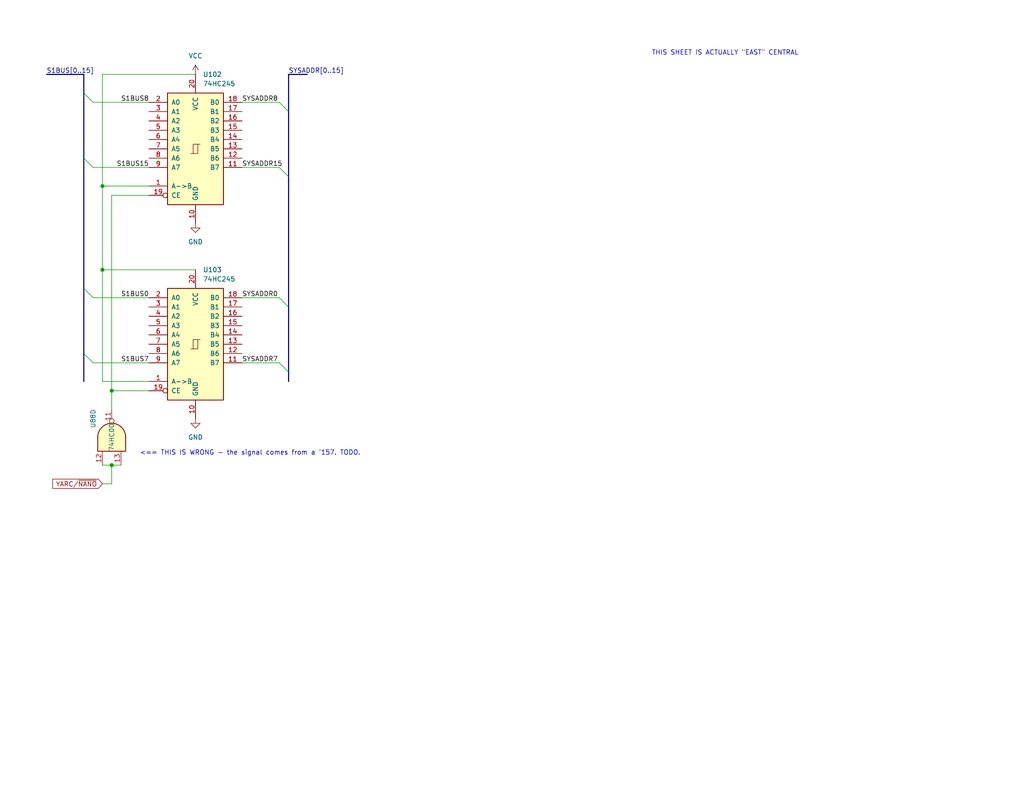
<source format=kicad_sch>
(kicad_sch (version 20211123) (generator eeschema)
  (paper "USLetter")
  (title_block (title "North Central distribution logic") (comment 1 "All ICs are HC family regardless of P/N shown"))
  (lib_symbols
    (symbol "74xx:74HC00" (pin_names (offset 1.016))
      (property "Reference" "U" (at 0 1.27 0))
      (property "Value" "74HC00" (at 0 -1.27 0))
      (symbol "74HC00_1_1"
        (arc (start 0 -3.81) (mid 3.81 0) (end 0 3.81) (stroke (width 0.254)) (fill (type background)))
        (polyline (pts (xy 0 3.81) (xy -3.81 3.81) (xy -3.81 -3.81) (xy 0 -3.81)) (stroke (width 0.254)) (fill (type background)))
        (pin input line (at -7.62 2.54 0) (length 3.81) (name "~") (number "1"))
        (pin input line (at -7.62 -2.54 0) (length 3.81) (name "~") (number "2"))
        (pin output inverted (at 7.62 0 180) (length 3.81) (name "~") (number "3"))
      )
      (symbol "74HC00_1_2"
        (arc (start -3.81 -3.81) (mid -2.589 0) (end -3.81 3.81) (stroke (width 0.254)))
        (arc (start -0.6096 -3.81) (mid 2.1855 -2.584) (end 3.81 0) (stroke (width 0.254)) (fill (type background)))
        (polyline (pts (xy -3.81 -3.81) (xy -0.635 -3.81)) (stroke (width 0.254)) (fill (type background)))
        (polyline (pts (xy -3.81 3.81) (xy -0.635 3.81)) (stroke (width 0.254)) (fill (type background)))
        (polyline (pts (xy -0.635 3.81) (xy -3.81 3.81) (xy -3.81 3.81) (xy -3.556 3.4036) (xy -3.0226 2.2606) (xy -2.6924 1.0414) (xy -2.6162 -0.254) (xy -2.7686 -1.4986) (xy -3.175 -2.7178) (xy -3.81 -3.81) (xy -3.81 -3.81) (xy -0.635 -3.81)) (stroke (width -25.4)) (fill (type background)))
        (arc (start 3.81 0) (mid 2.1928 2.5925) (end -0.6096 3.81) (stroke (width 0.254)) (fill (type background)))
        (pin input inverted (at -7.62 2.54 0) (length 4.318) (name "~") (number "1"))
        (pin input inverted (at -7.62 -2.54 0) (length 4.318) (name "~") (number "2"))
        (pin output line (at 7.62 0 180) (length 3.81) (name "~") (number "3"))
      )
      (symbol "74HC00_2_1"
        (arc (start 0 -3.81) (mid 3.81 0) (end 0 3.81) (stroke (width 0.254)) (fill (type background)))
        (polyline (pts (xy 0 3.81) (xy -3.81 3.81) (xy -3.81 -3.81) (xy 0 -3.81)) (stroke (width 0.254)) (fill (type background)))
        (pin input line (at -7.62 2.54 0) (length 3.81) (name "~") (number "4"))
        (pin input line (at -7.62 -2.54 0) (length 3.81) (name "~") (number "5"))
        (pin output inverted (at 7.62 0 180) (length 3.81) (name "~") (number "6"))
      )
      (symbol "74HC00_2_2"
        (arc (start -3.81 -3.81) (mid -2.589 0) (end -3.81 3.81) (stroke (width 0.254)))
        (arc (start -0.6096 -3.81) (mid 2.1855 -2.584) (end 3.81 0) (stroke (width 0.254)) (fill (type background)))
        (polyline (pts (xy -3.81 -3.81) (xy -0.635 -3.81)) (stroke (width 0.254)) (fill (type background)))
        (polyline (pts (xy -3.81 3.81) (xy -0.635 3.81)) (stroke (width 0.254)) (fill (type background)))
        (polyline (pts (xy -0.635 3.81) (xy -3.81 3.81) (xy -3.81 3.81) (xy -3.556 3.4036) (xy -3.0226 2.2606) (xy -2.6924 1.0414) (xy -2.6162 -0.254) (xy -2.7686 -1.4986) (xy -3.175 -2.7178) (xy -3.81 -3.81) (xy -3.81 -3.81) (xy -0.635 -3.81)) (stroke (width -25.4)) (fill (type background)))
        (arc (start 3.81 0) (mid 2.1928 2.5925) (end -0.6096 3.81) (stroke (width 0.254)) (fill (type background)))
        (pin input inverted (at -7.62 2.54 0) (length 4.318) (name "~") (number "4"))
        (pin input inverted (at -7.62 -2.54 0) (length 4.318) (name "~") (number "5"))
        (pin output line (at 7.62 0 180) (length 3.81) (name "~") (number "6"))
      )
      (symbol "74HC00_3_1"
        (arc (start 0 -3.81) (mid 3.81 0) (end 0 3.81) (stroke (width 0.254)) (fill (type background)))
        (polyline (pts (xy 0 3.81) (xy -3.81 3.81) (xy -3.81 -3.81) (xy 0 -3.81)) (stroke (width 0.254)) (fill (type background)))
        (pin input line (at -7.62 -2.54 0) (length 3.81) (name "~") (number "10"))
        (pin output inverted (at 7.62 0 180) (length 3.81) (name "~") (number "8"))
        (pin input line (at -7.62 2.54 0) (length 3.81) (name "~") (number "9"))
      )
      (symbol "74HC00_3_2"
        (arc (start -3.81 -3.81) (mid -2.589 0) (end -3.81 3.81) (stroke (width 0.254)))
        (arc (start -0.6096 -3.81) (mid 2.1855 -2.584) (end 3.81 0) (stroke (width 0.254)) (fill (type background)))
        (polyline (pts (xy -3.81 -3.81) (xy -0.635 -3.81)) (stroke (width 0.254)) (fill (type background)))
        (polyline (pts (xy -3.81 3.81) (xy -0.635 3.81)) (stroke (width 0.254)) (fill (type background)))
        (polyline (pts (xy -0.635 3.81) (xy -3.81 3.81) (xy -3.81 3.81) (xy -3.556 3.4036) (xy -3.0226 2.2606) (xy -2.6924 1.0414) (xy -2.6162 -0.254) (xy -2.7686 -1.4986) (xy -3.175 -2.7178) (xy -3.81 -3.81) (xy -3.81 -3.81) (xy -0.635 -3.81)) (stroke (width -25.4)) (fill (type background)))
        (arc (start 3.81 0) (mid 2.1928 2.5925) (end -0.6096 3.81) (stroke (width 0.254)) (fill (type background)))
        (pin input inverted (at -7.62 -2.54 0) (length 4.318) (name "~") (number "10"))
        (pin output line (at 7.62 0 180) (length 3.81) (name "~") (number "8"))
        (pin input inverted (at -7.62 2.54 0) (length 4.318) (name "~") (number "9"))
      )
      (symbol "74HC00_4_1"
        (arc (start 0 -3.81) (mid 3.81 0) (end 0 3.81) (stroke (width 0.254)) (fill (type background)))
        (polyline (pts (xy 0 3.81) (xy -3.81 3.81) (xy -3.81 -3.81) (xy 0 -3.81)) (stroke (width 0.254)) (fill (type background)))
        (pin output inverted (at 7.62 0 180) (length 3.81) (name "~") (number "11"))
        (pin input line (at -7.62 2.54 0) (length 3.81) (name "~") (number "12"))
        (pin input line (at -7.62 -2.54 0) (length 3.81) (name "~") (number "13"))
      )
      (symbol "74HC00_4_2"
        (arc (start -3.81 -3.81) (mid -2.589 0) (end -3.81 3.81) (stroke (width 0.254)))
        (arc (start -0.6096 -3.81) (mid 2.1855 -2.584) (end 3.81 0) (stroke (width 0.254)) (fill (type background)))
        (polyline (pts (xy -3.81 -3.81) (xy -0.635 -3.81)) (stroke (width 0.254)) (fill (type background)))
        (polyline (pts (xy -3.81 3.81) (xy -0.635 3.81)) (stroke (width 0.254)) (fill (type background)))
        (polyline (pts (xy -0.635 3.81) (xy -3.81 3.81) (xy -3.81 3.81) (xy -3.556 3.4036) (xy -3.0226 2.2606) (xy -2.6924 1.0414) (xy -2.6162 -0.254) (xy -2.7686 -1.4986) (xy -3.175 -2.7178) (xy -3.81 -3.81) (xy -3.81 -3.81) (xy -0.635 -3.81)) (stroke (width -25.4)) (fill (type background)))
        (arc (start 3.81 0) (mid 2.1928 2.5925) (end -0.6096 3.81) (stroke (width 0.254)) (fill (type background)))
        (pin output line (at 7.62 0 180) (length 3.81) (name "~") (number "11"))
        (pin input inverted (at -7.62 2.54 0) (length 4.318) (name "~") (number "12"))
        (pin input inverted (at -7.62 -2.54 0) (length 4.318) (name "~") (number "13"))
      )
      (symbol "74HC00_5_0"
        (pin power_in line (at 0 12.7 270) (length 5.08) (name "VCC") (number "14"))
        (pin power_in line (at 0 -12.7 90) (length 5.08) (name "GND") (number "7"))
      )
      (symbol "74HC00_5_1"
        (rectangle (start -5.08 7.62) (end 5.08 -7.62) (stroke (width 0.254)) (fill (type background)))
      )
    )
    (symbol "74xx:74HC245" (pin_names (offset 1.016))
      (property "Reference" "U" (at -7.62 16.51 0))
      (property "Value" "74HC245" (at -7.62 -16.51 0))
      (symbol "74HC245_1_0"
        (polyline (pts (xy -0.635 -1.27) (xy -0.635 1.27) (xy 0.635 1.27)))
        (polyline (pts (xy -1.27 -1.27) (xy 0.635 -1.27) (xy 0.635 1.27) (xy 1.27 1.27)))
        (pin input line (at -12.7 -10.16 0) (length 5.08) (name "A->B") (number "1"))
        (pin power_in line (at 0 -20.32 90) (length 5.08) (name "GND") (number "10"))
        (pin tri_state line (at 12.7 -5.08 180) (length 5.08) (name "B7") (number "11"))
        (pin tri_state line (at 12.7 -2.54 180) (length 5.08) (name "B6") (number "12"))
        (pin tri_state line (at 12.7 0 180) (length 5.08) (name "B5") (number "13"))
        (pin tri_state line (at 12.7 2.54 180) (length 5.08) (name "B4") (number "14"))
        (pin tri_state line (at 12.7 5.08 180) (length 5.08) (name "B3") (number "15"))
        (pin tri_state line (at 12.7 7.62 180) (length 5.08) (name "B2") (number "16"))
        (pin tri_state line (at 12.7 10.16 180) (length 5.08) (name "B1") (number "17"))
        (pin tri_state line (at 12.7 12.7 180) (length 5.08) (name "B0") (number "18"))
        (pin input inverted (at -12.7 -12.7 0) (length 5.08) (name "CE") (number "19"))
        (pin tri_state line (at -12.7 12.7 0) (length 5.08) (name "A0") (number "2"))
        (pin power_in line (at 0 20.32 270) (length 5.08) (name "VCC") (number "20"))
        (pin tri_state line (at -12.7 10.16 0) (length 5.08) (name "A1") (number "3"))
        (pin tri_state line (at -12.7 7.62 0) (length 5.08) (name "A2") (number "4"))
        (pin tri_state line (at -12.7 5.08 0) (length 5.08) (name "A3") (number "5"))
        (pin tri_state line (at -12.7 2.54 0) (length 5.08) (name "A4") (number "6"))
        (pin tri_state line (at -12.7 0 0) (length 5.08) (name "A5") (number "7"))
        (pin tri_state line (at -12.7 -2.54 0) (length 5.08) (name "A6") (number "8"))
        (pin tri_state line (at -12.7 -5.08 0) (length 5.08) (name "A7") (number "9"))
      )
      (symbol "74HC245_1_1"
        (rectangle (start -7.62 15.24) (end 7.62 -15.24) (stroke (width 0.254)) (fill (type background)))
      )
    )
    (symbol "power:GND" (power) (pin_names (offset 0))
      (property "Value" "GND" (at 0 -3.81 0))
      (symbol "GND_0_1"
        (polyline (pts (xy 0 0) (xy 0 -1.27) (xy 1.27 -1.27) (xy 0 -2.54) (xy -1.27 -1.27) (xy 0 -1.27)))
      )
      (symbol "GND_1_1"
        (pin power_in line (at 0 0 270) (length 0) hide (name "GND") (number "1"))
      )
    )
    (symbol "power:VCC" (power) (pin_names (offset 0))
      (property "Value" "VCC" (at 0 3.81 0))
      (symbol "VCC_0_1"
        (polyline (pts (xy -0.762 1.27) (xy 0 2.54)))
        (polyline (pts (xy 0 0) (xy 0 2.54)))
        (polyline (pts (xy 0 2.54) (xy 0.762 1.27)))
      )
      (symbol "VCC_1_1"
        (pin power_in line (at 0 0 90) (length 0) hide (name "VCC") (number "1"))
      )
    )
  )
  (junction (at 30.48 127))
  (junction (at 27.94 73.66))
  (junction (at 27.94 50.8))
  (junction (at 30.48 106.68))
  (bus_entry (at 78.74 30.48) (size -2.54 -2.54))
  (bus_entry (at 22.86 96.52) (size 2.54 2.54))
  (bus_entry (at 22.86 78.74) (size 2.54 2.54))
  (bus_entry (at 22.86 43.18) (size 2.54 2.54))
  (bus_entry (at 22.86 25.4) (size 2.54 2.54))
  (bus_entry (at 78.74 83.82) (size -2.54 -2.54))
  (bus_entry (at 78.74 48.26) (size -2.54 -2.54))
  (bus_entry (at 78.74 101.6) (size -2.54 -2.54))
  (bus (pts (xy 78.74 83.82) (xy 78.74 101.6)))
  (wire (pts (xy 76.2 27.94) (xy 66.04 27.94)))
  (wire (pts (xy 27.94 73.66) (xy 27.94 50.8)))
  (bus (pts (xy 22.86 20.32) (xy 22.86 25.4)))
  (bus (pts (xy 78.74 101.6) (xy 78.74 104.14)))
  (wire (pts (xy 76.2 99.06) (xy 66.04 99.06)))
  (wire (pts (xy 76.2 81.28) (xy 66.04 81.28)))
  (wire (pts (xy 27.94 20.32) (xy 27.94 50.8)))
  (bus (pts (xy 22.86 43.18) (xy 22.86 78.74)))
  (wire (pts (xy 30.48 111.76) (xy 30.48 106.68)))
  (wire (pts (xy 27.94 104.14) (xy 40.64 104.14)))
  (wire (pts (xy 27.94 20.32) (xy 53.34 20.32)))
  (bus (pts (xy 22.86 25.4) (xy 22.86 43.18)))
  (wire (pts (xy 30.48 106.68) (xy 40.64 106.68)))
  (wire (pts (xy 25.4 45.72) (xy 40.64 45.72)))
  (wire (pts (xy 53.34 73.66) (xy 27.94 73.66)))
  (wire (pts (xy 25.4 27.94) (xy 40.64 27.94)))
  (wire (pts (xy 27.94 50.8) (xy 40.64 50.8)))
  (wire (pts (xy 25.4 99.06) (xy 40.64 99.06)))
  (wire (pts (xy 30.48 53.34) (xy 40.64 53.34)))
  (bus (pts (xy 78.74 20.32) (xy 78.74 30.48)))
  (wire (pts (xy 27.94 132.08) (xy 30.48 132.08)))
  (wire (pts (xy 25.4 81.28) (xy 40.64 81.28)))
  (bus (pts (xy 78.74 30.48) (xy 78.74 48.26)))
  (bus (pts (xy 83.82 20.32) (xy 78.74 20.32)))
  (wire (pts (xy 30.48 127) (xy 33.02 127)))
  (bus (pts (xy 22.86 78.74) (xy 22.86 96.52)))
  (bus (pts (xy 22.86 96.52) (xy 22.86 104.14)))
  (wire (pts (xy 27.94 127) (xy 30.48 127)))
  (wire (pts (xy 30.48 53.34) (xy 30.48 106.68)))
  (bus (pts (xy 78.74 48.26) (xy 78.74 83.82)))
  (wire (pts (xy 76.2 45.72) (xy 66.04 45.72)))
  (wire (pts (xy 30.48 132.08) (xy 30.48 127)))
  (bus (pts (xy 12.7 20.32) (xy 22.86 20.32)))
  (wire (pts (xy 27.94 104.14) (xy 27.94 73.66)))
  (text "THIS SHEET IS ACTUALLY \"EAST\" CENTRAL" (at 177.8 15.24 0) (effects (font (size 1.27 1.27)) (justify left bottom)))
  (text "<== THIS IS WRONG - the signal comes from a '157. TODO." (at 38.1 124.46 0) (effects (font (size 1.27 1.27)) (justify left bottom)))
  (label "SYSADDR15" (at 66.04 45.72 0))
  (label "SYSADDR7" (at 66.04 99.06 0))
  (label "S1BUS[0..15]" (at 12.7 20.32 0))
  (label "S1BUS15" (at 40.64 45.72 180))
  (label "SYSADDR8" (at 66.04 27.94 0))
  (label "S1BUS7" (at 40.64 99.06 180))
  (label "S1BUS0" (at 40.64 81.28 180))
  (label "SYSADDR[0..15]" (at 78.74 20.32 0))
  (label "SYSADDR0" (at 66.04 81.28 0))
  (label "S1BUS8" (at 40.64 27.94 180))
  (global_label "YARC{slash}~{NANO}" (shape input) (at 27.94 132.08 180) (property "Intersheet References" "${INTERSHEET_REFS}" (effects hide)))
  (symbol (lib_id "power:GND") (at 53.34 60.96 0) (unit 1)
    (property "Reference" "#PWR0174" (effects hide))
    (property "Value" "GND" (at 53.34 66.04 0))
  )
  (symbol (lib_id "power:GND") (at 53.34 114.3 0) (unit 1)
    (property "Reference" "#PWR0175" (effects hide))
    (property "Value" "GND" (at 53.34 119.38 0))
  )
  (symbol (lib_id "74xx:74HC245") (at 53.34 40.64 0) (unit 1)
    (property "Reference" "U102" (at 55.3594 20.32 0) (effects (justify left)))
    (property "Value" "74HC245" (at 55.3594 22.86 0) (effects (justify left)))
    (property "Datasheet" "http://www.ti.com/lit/gpn/sn74HC245" (effects hide))
  )
  (symbol (lib_id "power:VCC") (at 53.34 20.32 0) (unit 1)
    (property "Reference" "#PWR0173" (effects hide))
    (property "Value" "VCC" (at 53.34 15.24 0))
  )
  (symbol (lib_id "74xx:74HC00") (at 30.48 119.38 90) (unit 4)
    (property "Reference" "U88" (at 25.4 114.3 0))
    (property "Value" "74HC00" (at 30.48 119.38 0))
    (property "Datasheet" "http://www.ti.com/lit/gpn/sn74hc00" (effects hide))
  )
  (symbol (lib_id "74xx:74HC245") (at 53.34 93.98 0) (unit 1)
    (property "Reference" "U103" (at 55.3594 73.66 0) (effects (justify left)))
    (property "Value" "74HC245" (at 55.3594 76.2 0) (effects (justify left)))
    (property "Datasheet" "http://www.ti.com/lit/gpn/sn74HC245" (effects hide))
  )
)
</source>
